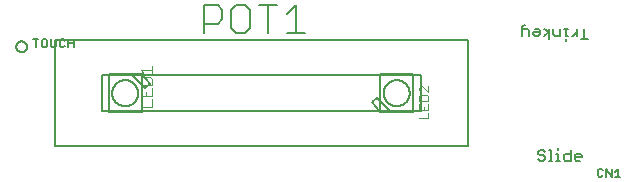
<source format=gbr>
G04 EAGLE Gerber RS-274X export*
G75*
%MOMM*%
%FSLAX34Y34*%
%LPD*%
%INSilkscreen Top*%
%IPPOS*%
%AMOC8*
5,1,8,0,0,1.08239X$1,22.5*%
G01*
%ADD10C,0.127000*%
%ADD11C,0.152400*%
%ADD12C,0.076200*%
%ADD13C,0.203200*%


D10*
X470853Y-49735D02*
X469370Y-48252D01*
X466404Y-48252D01*
X464921Y-49735D01*
X464921Y-51218D01*
X466404Y-52701D01*
X469370Y-52701D01*
X470853Y-54184D01*
X470853Y-55667D01*
X469370Y-57150D01*
X466404Y-57150D01*
X464921Y-55667D01*
X474276Y-48252D02*
X475759Y-48252D01*
X475759Y-57150D01*
X474276Y-57150D02*
X477242Y-57150D01*
X480513Y-51218D02*
X481996Y-51218D01*
X481996Y-57150D01*
X480513Y-57150D02*
X483479Y-57150D01*
X481996Y-48252D02*
X481996Y-46769D01*
X492681Y-48252D02*
X492681Y-57150D01*
X488233Y-57150D01*
X486750Y-55667D01*
X486750Y-52701D01*
X488233Y-51218D01*
X492681Y-51218D01*
X497588Y-57150D02*
X500554Y-57150D01*
X497588Y-57150D02*
X496105Y-55667D01*
X496105Y-52701D01*
X497588Y-51218D01*
X500554Y-51218D01*
X502037Y-52701D01*
X502037Y-54184D01*
X496105Y-54184D01*
X504399Y45712D02*
X504399Y54610D01*
X507365Y45712D02*
X501433Y45712D01*
X498010Y48678D02*
X498010Y54610D01*
X498010Y51644D02*
X495044Y48678D01*
X493561Y48678D01*
X490214Y48678D02*
X488731Y48678D01*
X488731Y54610D01*
X490214Y54610D02*
X487248Y54610D01*
X488731Y45712D02*
X488731Y44229D01*
X483977Y48678D02*
X483977Y54610D01*
X483977Y48678D02*
X479528Y48678D01*
X478045Y50161D01*
X478045Y54610D01*
X474622Y54610D02*
X474622Y45712D01*
X474622Y51644D02*
X470173Y54610D01*
X474622Y51644D02*
X470173Y48678D01*
X465343Y54610D02*
X462377Y54610D01*
X465343Y54610D02*
X466826Y53127D01*
X466826Y50161D01*
X465343Y48678D01*
X462377Y48678D01*
X460894Y50161D01*
X460894Y51644D01*
X466826Y51644D01*
X457471Y53127D02*
X457471Y48678D01*
X457471Y53127D02*
X455988Y54610D01*
X451539Y54610D01*
X451539Y56093D02*
X451539Y48678D01*
X451539Y56093D02*
X453022Y57576D01*
X454505Y57576D01*
D11*
X518824Y-64256D02*
X519926Y-65358D01*
X518824Y-64256D02*
X516621Y-64256D01*
X515520Y-65358D01*
X515520Y-69764D01*
X516621Y-70866D01*
X518824Y-70866D01*
X519926Y-69764D01*
X523004Y-70866D02*
X523004Y-64256D01*
X527410Y-70866D01*
X527410Y-64256D01*
X530488Y-66460D02*
X532691Y-64256D01*
X532691Y-70866D01*
X530488Y-70866D02*
X534894Y-70866D01*
D10*
X101570Y-16000D02*
X101570Y16000D01*
X120570Y16000D01*
X129570Y16000D01*
X129570Y7000D01*
X129570Y-16000D01*
X101570Y-16000D01*
X129570Y7000D02*
X120570Y16000D01*
X104570Y0D02*
X104573Y270D01*
X104583Y540D01*
X104600Y809D01*
X104623Y1078D01*
X104653Y1347D01*
X104689Y1614D01*
X104732Y1881D01*
X104781Y2146D01*
X104837Y2410D01*
X104900Y2673D01*
X104968Y2934D01*
X105044Y3193D01*
X105125Y3450D01*
X105213Y3706D01*
X105307Y3959D01*
X105407Y4210D01*
X105514Y4458D01*
X105626Y4703D01*
X105745Y4946D01*
X105869Y5185D01*
X105999Y5422D01*
X106135Y5655D01*
X106277Y5885D01*
X106424Y6111D01*
X106577Y6334D01*
X106735Y6553D01*
X106898Y6768D01*
X107067Y6978D01*
X107241Y7185D01*
X107420Y7387D01*
X107603Y7585D01*
X107792Y7778D01*
X107985Y7967D01*
X108183Y8150D01*
X108385Y8329D01*
X108592Y8503D01*
X108802Y8672D01*
X109017Y8835D01*
X109236Y8993D01*
X109459Y9146D01*
X109685Y9293D01*
X109915Y9435D01*
X110148Y9571D01*
X110385Y9701D01*
X110624Y9825D01*
X110867Y9944D01*
X111112Y10056D01*
X111360Y10163D01*
X111611Y10263D01*
X111864Y10357D01*
X112120Y10445D01*
X112377Y10526D01*
X112636Y10602D01*
X112897Y10670D01*
X113160Y10733D01*
X113424Y10789D01*
X113689Y10838D01*
X113956Y10881D01*
X114223Y10917D01*
X114492Y10947D01*
X114761Y10970D01*
X115030Y10987D01*
X115300Y10997D01*
X115570Y11000D01*
X115840Y10997D01*
X116110Y10987D01*
X116379Y10970D01*
X116648Y10947D01*
X116917Y10917D01*
X117184Y10881D01*
X117451Y10838D01*
X117716Y10789D01*
X117980Y10733D01*
X118243Y10670D01*
X118504Y10602D01*
X118763Y10526D01*
X119020Y10445D01*
X119276Y10357D01*
X119529Y10263D01*
X119780Y10163D01*
X120028Y10056D01*
X120273Y9944D01*
X120516Y9825D01*
X120755Y9701D01*
X120992Y9571D01*
X121225Y9435D01*
X121455Y9293D01*
X121681Y9146D01*
X121904Y8993D01*
X122123Y8835D01*
X122338Y8672D01*
X122548Y8503D01*
X122755Y8329D01*
X122957Y8150D01*
X123155Y7967D01*
X123348Y7778D01*
X123537Y7585D01*
X123720Y7387D01*
X123899Y7185D01*
X124073Y6978D01*
X124242Y6768D01*
X124405Y6553D01*
X124563Y6334D01*
X124716Y6111D01*
X124863Y5885D01*
X125005Y5655D01*
X125141Y5422D01*
X125271Y5185D01*
X125395Y4946D01*
X125514Y4703D01*
X125626Y4458D01*
X125733Y4210D01*
X125833Y3959D01*
X125927Y3706D01*
X126015Y3450D01*
X126096Y3193D01*
X126172Y2934D01*
X126240Y2673D01*
X126303Y2410D01*
X126359Y2146D01*
X126408Y1881D01*
X126451Y1614D01*
X126487Y1347D01*
X126517Y1078D01*
X126540Y809D01*
X126557Y540D01*
X126567Y270D01*
X126570Y0D01*
X126567Y-270D01*
X126557Y-540D01*
X126540Y-809D01*
X126517Y-1078D01*
X126487Y-1347D01*
X126451Y-1614D01*
X126408Y-1881D01*
X126359Y-2146D01*
X126303Y-2410D01*
X126240Y-2673D01*
X126172Y-2934D01*
X126096Y-3193D01*
X126015Y-3450D01*
X125927Y-3706D01*
X125833Y-3959D01*
X125733Y-4210D01*
X125626Y-4458D01*
X125514Y-4703D01*
X125395Y-4946D01*
X125271Y-5185D01*
X125141Y-5422D01*
X125005Y-5655D01*
X124863Y-5885D01*
X124716Y-6111D01*
X124563Y-6334D01*
X124405Y-6553D01*
X124242Y-6768D01*
X124073Y-6978D01*
X123899Y-7185D01*
X123720Y-7387D01*
X123537Y-7585D01*
X123348Y-7778D01*
X123155Y-7967D01*
X122957Y-8150D01*
X122755Y-8329D01*
X122548Y-8503D01*
X122338Y-8672D01*
X122123Y-8835D01*
X121904Y-8993D01*
X121681Y-9146D01*
X121455Y-9293D01*
X121225Y-9435D01*
X120992Y-9571D01*
X120755Y-9701D01*
X120516Y-9825D01*
X120273Y-9944D01*
X120028Y-10056D01*
X119780Y-10163D01*
X119529Y-10263D01*
X119276Y-10357D01*
X119020Y-10445D01*
X118763Y-10526D01*
X118504Y-10602D01*
X118243Y-10670D01*
X117980Y-10733D01*
X117716Y-10789D01*
X117451Y-10838D01*
X117184Y-10881D01*
X116917Y-10917D01*
X116648Y-10947D01*
X116379Y-10970D01*
X116110Y-10987D01*
X115840Y-10997D01*
X115570Y-11000D01*
X115300Y-10997D01*
X115030Y-10987D01*
X114761Y-10970D01*
X114492Y-10947D01*
X114223Y-10917D01*
X113956Y-10881D01*
X113689Y-10838D01*
X113424Y-10789D01*
X113160Y-10733D01*
X112897Y-10670D01*
X112636Y-10602D01*
X112377Y-10526D01*
X112120Y-10445D01*
X111864Y-10357D01*
X111611Y-10263D01*
X111360Y-10163D01*
X111112Y-10056D01*
X110867Y-9944D01*
X110624Y-9825D01*
X110385Y-9701D01*
X110148Y-9571D01*
X109915Y-9435D01*
X109685Y-9293D01*
X109459Y-9146D01*
X109236Y-8993D01*
X109017Y-8835D01*
X108802Y-8672D01*
X108592Y-8503D01*
X108385Y-8329D01*
X108183Y-8150D01*
X107985Y-7967D01*
X107792Y-7778D01*
X107603Y-7585D01*
X107420Y-7387D01*
X107241Y-7185D01*
X107067Y-6978D01*
X106898Y-6768D01*
X106735Y-6553D01*
X106577Y-6334D01*
X106424Y-6111D01*
X106277Y-5885D01*
X106135Y-5655D01*
X105999Y-5422D01*
X105869Y-5185D01*
X105745Y-4946D01*
X105626Y-4703D01*
X105514Y-4458D01*
X105407Y-4210D01*
X105307Y-3959D01*
X105213Y-3706D01*
X105125Y-3450D01*
X105044Y-3193D01*
X104968Y-2934D01*
X104900Y-2673D01*
X104837Y-2410D01*
X104781Y-2146D01*
X104732Y-1881D01*
X104689Y-1614D01*
X104653Y-1347D01*
X104623Y-1078D01*
X104600Y-809D01*
X104583Y-540D01*
X104573Y-270D01*
X104570Y0D01*
X129570Y7000D02*
X132570Y4000D01*
X136570Y8000D01*
X129570Y16000D01*
D12*
X128643Y-11640D02*
X138049Y-11640D01*
X138049Y-5369D01*
X128643Y-2285D02*
X128643Y3986D01*
X128643Y-2285D02*
X138049Y-2285D01*
X138049Y3986D01*
X133346Y851D02*
X133346Y-2285D01*
X128643Y7071D02*
X138049Y7071D01*
X138049Y11774D01*
X136481Y13341D01*
X130211Y13341D01*
X128643Y11774D01*
X128643Y7071D01*
X131778Y16426D02*
X128643Y19561D01*
X138049Y19561D01*
X138049Y16426D02*
X138049Y22696D01*
D10*
X359440Y16000D02*
X359440Y-16000D01*
X340440Y-16000D01*
X331440Y-16000D01*
X331440Y-7000D01*
X331440Y16000D01*
X359440Y16000D01*
X331440Y-7000D02*
X340440Y-16000D01*
X334440Y0D02*
X334443Y270D01*
X334453Y540D01*
X334470Y809D01*
X334493Y1078D01*
X334523Y1347D01*
X334559Y1614D01*
X334602Y1881D01*
X334651Y2146D01*
X334707Y2410D01*
X334770Y2673D01*
X334838Y2934D01*
X334914Y3193D01*
X334995Y3450D01*
X335083Y3706D01*
X335177Y3959D01*
X335277Y4210D01*
X335384Y4458D01*
X335496Y4703D01*
X335615Y4946D01*
X335739Y5185D01*
X335869Y5422D01*
X336005Y5655D01*
X336147Y5885D01*
X336294Y6111D01*
X336447Y6334D01*
X336605Y6553D01*
X336768Y6768D01*
X336937Y6978D01*
X337111Y7185D01*
X337290Y7387D01*
X337473Y7585D01*
X337662Y7778D01*
X337855Y7967D01*
X338053Y8150D01*
X338255Y8329D01*
X338462Y8503D01*
X338672Y8672D01*
X338887Y8835D01*
X339106Y8993D01*
X339329Y9146D01*
X339555Y9293D01*
X339785Y9435D01*
X340018Y9571D01*
X340255Y9701D01*
X340494Y9825D01*
X340737Y9944D01*
X340982Y10056D01*
X341230Y10163D01*
X341481Y10263D01*
X341734Y10357D01*
X341990Y10445D01*
X342247Y10526D01*
X342506Y10602D01*
X342767Y10670D01*
X343030Y10733D01*
X343294Y10789D01*
X343559Y10838D01*
X343826Y10881D01*
X344093Y10917D01*
X344362Y10947D01*
X344631Y10970D01*
X344900Y10987D01*
X345170Y10997D01*
X345440Y11000D01*
X345710Y10997D01*
X345980Y10987D01*
X346249Y10970D01*
X346518Y10947D01*
X346787Y10917D01*
X347054Y10881D01*
X347321Y10838D01*
X347586Y10789D01*
X347850Y10733D01*
X348113Y10670D01*
X348374Y10602D01*
X348633Y10526D01*
X348890Y10445D01*
X349146Y10357D01*
X349399Y10263D01*
X349650Y10163D01*
X349898Y10056D01*
X350143Y9944D01*
X350386Y9825D01*
X350625Y9701D01*
X350862Y9571D01*
X351095Y9435D01*
X351325Y9293D01*
X351551Y9146D01*
X351774Y8993D01*
X351993Y8835D01*
X352208Y8672D01*
X352418Y8503D01*
X352625Y8329D01*
X352827Y8150D01*
X353025Y7967D01*
X353218Y7778D01*
X353407Y7585D01*
X353590Y7387D01*
X353769Y7185D01*
X353943Y6978D01*
X354112Y6768D01*
X354275Y6553D01*
X354433Y6334D01*
X354586Y6111D01*
X354733Y5885D01*
X354875Y5655D01*
X355011Y5422D01*
X355141Y5185D01*
X355265Y4946D01*
X355384Y4703D01*
X355496Y4458D01*
X355603Y4210D01*
X355703Y3959D01*
X355797Y3706D01*
X355885Y3450D01*
X355966Y3193D01*
X356042Y2934D01*
X356110Y2673D01*
X356173Y2410D01*
X356229Y2146D01*
X356278Y1881D01*
X356321Y1614D01*
X356357Y1347D01*
X356387Y1078D01*
X356410Y809D01*
X356427Y540D01*
X356437Y270D01*
X356440Y0D01*
X356437Y-270D01*
X356427Y-540D01*
X356410Y-809D01*
X356387Y-1078D01*
X356357Y-1347D01*
X356321Y-1614D01*
X356278Y-1881D01*
X356229Y-2146D01*
X356173Y-2410D01*
X356110Y-2673D01*
X356042Y-2934D01*
X355966Y-3193D01*
X355885Y-3450D01*
X355797Y-3706D01*
X355703Y-3959D01*
X355603Y-4210D01*
X355496Y-4458D01*
X355384Y-4703D01*
X355265Y-4946D01*
X355141Y-5185D01*
X355011Y-5422D01*
X354875Y-5655D01*
X354733Y-5885D01*
X354586Y-6111D01*
X354433Y-6334D01*
X354275Y-6553D01*
X354112Y-6768D01*
X353943Y-6978D01*
X353769Y-7185D01*
X353590Y-7387D01*
X353407Y-7585D01*
X353218Y-7778D01*
X353025Y-7967D01*
X352827Y-8150D01*
X352625Y-8329D01*
X352418Y-8503D01*
X352208Y-8672D01*
X351993Y-8835D01*
X351774Y-8993D01*
X351551Y-9146D01*
X351325Y-9293D01*
X351095Y-9435D01*
X350862Y-9571D01*
X350625Y-9701D01*
X350386Y-9825D01*
X350143Y-9944D01*
X349898Y-10056D01*
X349650Y-10163D01*
X349399Y-10263D01*
X349146Y-10357D01*
X348890Y-10445D01*
X348633Y-10526D01*
X348374Y-10602D01*
X348113Y-10670D01*
X347850Y-10733D01*
X347586Y-10789D01*
X347321Y-10838D01*
X347054Y-10881D01*
X346787Y-10917D01*
X346518Y-10947D01*
X346249Y-10970D01*
X345980Y-10987D01*
X345710Y-10997D01*
X345440Y-11000D01*
X345170Y-10997D01*
X344900Y-10987D01*
X344631Y-10970D01*
X344362Y-10947D01*
X344093Y-10917D01*
X343826Y-10881D01*
X343559Y-10838D01*
X343294Y-10789D01*
X343030Y-10733D01*
X342767Y-10670D01*
X342506Y-10602D01*
X342247Y-10526D01*
X341990Y-10445D01*
X341734Y-10357D01*
X341481Y-10263D01*
X341230Y-10163D01*
X340982Y-10056D01*
X340737Y-9944D01*
X340494Y-9825D01*
X340255Y-9701D01*
X340018Y-9571D01*
X339785Y-9435D01*
X339555Y-9293D01*
X339329Y-9146D01*
X339106Y-8993D01*
X338887Y-8835D01*
X338672Y-8672D01*
X338462Y-8503D01*
X338255Y-8329D01*
X338053Y-8150D01*
X337855Y-7967D01*
X337662Y-7778D01*
X337473Y-7585D01*
X337290Y-7387D01*
X337111Y-7185D01*
X336937Y-6978D01*
X336768Y-6768D01*
X336605Y-6553D01*
X336447Y-6334D01*
X336294Y-6111D01*
X336147Y-5885D01*
X336005Y-5655D01*
X335869Y-5422D01*
X335739Y-5185D01*
X335615Y-4946D01*
X335496Y-4703D01*
X335384Y-4458D01*
X335277Y-4210D01*
X335177Y-3959D01*
X335083Y-3706D01*
X334995Y-3450D01*
X334914Y-3193D01*
X334838Y-2934D01*
X334770Y-2673D01*
X334707Y-2410D01*
X334651Y-2146D01*
X334602Y-1881D01*
X334559Y-1614D01*
X334523Y-1347D01*
X334493Y-1078D01*
X334470Y-809D01*
X334453Y-540D01*
X334443Y-270D01*
X334440Y0D01*
X328440Y-4000D02*
X331440Y-7000D01*
X328440Y-4000D02*
X324440Y-8000D01*
X331440Y-16000D01*
D12*
X364762Y-21494D02*
X372134Y-21494D01*
X372134Y-16579D01*
X364762Y-14010D02*
X364762Y-9095D01*
X364762Y-14010D02*
X372134Y-14010D01*
X372134Y-9095D01*
X368448Y-11552D02*
X368448Y-14010D01*
X364762Y-6526D02*
X372134Y-6526D01*
X372134Y-2840D01*
X370905Y-1611D01*
X365990Y-1611D01*
X364762Y-2840D01*
X364762Y-6526D01*
X372134Y958D02*
X372134Y5873D01*
X372134Y958D02*
X367219Y5873D01*
X365990Y5873D01*
X364762Y4645D01*
X364762Y2187D01*
X365990Y958D01*
D11*
X406140Y45000D02*
X56140Y45000D01*
X406140Y45000D02*
X406140Y-45000D01*
X56140Y-45000D01*
X56140Y45000D01*
X96140Y15000D02*
X366140Y15000D01*
X366140Y-15000D01*
X96140Y-15000D01*
X96140Y15000D01*
D13*
X182156Y51016D02*
X182156Y74404D01*
X193850Y74404D01*
X197748Y70506D01*
X197748Y62710D01*
X193850Y58812D01*
X182156Y58812D01*
X209442Y74404D02*
X217238Y74404D01*
X209442Y74404D02*
X205544Y70506D01*
X205544Y54914D01*
X209442Y51016D01*
X217238Y51016D01*
X221136Y54914D01*
X221136Y70506D01*
X217238Y74404D01*
X236728Y74404D02*
X236728Y51016D01*
X228932Y74404D02*
X244524Y74404D01*
X252320Y66608D02*
X260116Y74404D01*
X260116Y51016D01*
X252320Y51016D02*
X267912Y51016D01*
X23440Y39370D02*
X23442Y39504D01*
X23448Y39638D01*
X23458Y39771D01*
X23472Y39905D01*
X23490Y40038D01*
X23512Y40170D01*
X23537Y40301D01*
X23567Y40432D01*
X23601Y40562D01*
X23638Y40690D01*
X23679Y40818D01*
X23724Y40944D01*
X23773Y41069D01*
X23825Y41192D01*
X23881Y41314D01*
X23941Y41434D01*
X24004Y41552D01*
X24071Y41668D01*
X24141Y41782D01*
X24215Y41894D01*
X24292Y42004D01*
X24372Y42112D01*
X24455Y42217D01*
X24541Y42319D01*
X24630Y42419D01*
X24723Y42516D01*
X24818Y42611D01*
X24916Y42702D01*
X25016Y42791D01*
X25119Y42876D01*
X25225Y42959D01*
X25333Y43038D01*
X25443Y43114D01*
X25556Y43187D01*
X25671Y43256D01*
X25787Y43322D01*
X25906Y43384D01*
X26026Y43443D01*
X26149Y43498D01*
X26272Y43550D01*
X26397Y43597D01*
X26524Y43641D01*
X26652Y43682D01*
X26781Y43718D01*
X26911Y43751D01*
X27042Y43779D01*
X27173Y43804D01*
X27306Y43825D01*
X27439Y43842D01*
X27572Y43855D01*
X27706Y43864D01*
X27840Y43869D01*
X27974Y43870D01*
X28107Y43867D01*
X28241Y43860D01*
X28375Y43849D01*
X28508Y43834D01*
X28641Y43815D01*
X28773Y43792D01*
X28904Y43766D01*
X29034Y43735D01*
X29164Y43700D01*
X29292Y43662D01*
X29419Y43620D01*
X29545Y43574D01*
X29670Y43524D01*
X29793Y43471D01*
X29914Y43414D01*
X30034Y43353D01*
X30151Y43289D01*
X30267Y43222D01*
X30381Y43151D01*
X30492Y43076D01*
X30601Y42999D01*
X30708Y42918D01*
X30813Y42834D01*
X30914Y42747D01*
X31014Y42657D01*
X31110Y42564D01*
X31204Y42468D01*
X31295Y42369D01*
X31382Y42268D01*
X31467Y42164D01*
X31549Y42058D01*
X31627Y41950D01*
X31702Y41839D01*
X31774Y41726D01*
X31843Y41610D01*
X31908Y41493D01*
X31969Y41374D01*
X32027Y41253D01*
X32081Y41131D01*
X32132Y41007D01*
X32179Y40881D01*
X32222Y40754D01*
X32261Y40626D01*
X32297Y40497D01*
X32328Y40367D01*
X32356Y40236D01*
X32380Y40104D01*
X32400Y39971D01*
X32416Y39838D01*
X32428Y39705D01*
X32436Y39571D01*
X32440Y39437D01*
X32440Y39303D01*
X32436Y39169D01*
X32428Y39035D01*
X32416Y38902D01*
X32400Y38769D01*
X32380Y38636D01*
X32356Y38504D01*
X32328Y38373D01*
X32297Y38243D01*
X32261Y38114D01*
X32222Y37986D01*
X32179Y37859D01*
X32132Y37733D01*
X32081Y37609D01*
X32027Y37487D01*
X31969Y37366D01*
X31908Y37247D01*
X31843Y37130D01*
X31774Y37014D01*
X31702Y36901D01*
X31627Y36790D01*
X31549Y36682D01*
X31467Y36576D01*
X31382Y36472D01*
X31295Y36371D01*
X31204Y36272D01*
X31110Y36176D01*
X31014Y36083D01*
X30914Y35993D01*
X30813Y35906D01*
X30708Y35822D01*
X30601Y35741D01*
X30492Y35664D01*
X30381Y35589D01*
X30267Y35518D01*
X30151Y35451D01*
X30034Y35387D01*
X29914Y35326D01*
X29793Y35269D01*
X29670Y35216D01*
X29545Y35166D01*
X29419Y35120D01*
X29292Y35078D01*
X29164Y35040D01*
X29034Y35005D01*
X28904Y34974D01*
X28773Y34948D01*
X28641Y34925D01*
X28508Y34906D01*
X28375Y34891D01*
X28241Y34880D01*
X28107Y34873D01*
X27974Y34870D01*
X27840Y34871D01*
X27706Y34876D01*
X27572Y34885D01*
X27439Y34898D01*
X27306Y34915D01*
X27173Y34936D01*
X27042Y34961D01*
X26911Y34989D01*
X26781Y35022D01*
X26652Y35058D01*
X26524Y35099D01*
X26397Y35143D01*
X26272Y35190D01*
X26149Y35242D01*
X26026Y35297D01*
X25906Y35356D01*
X25787Y35418D01*
X25671Y35484D01*
X25556Y35553D01*
X25443Y35626D01*
X25333Y35702D01*
X25225Y35781D01*
X25119Y35864D01*
X25016Y35949D01*
X24916Y36038D01*
X24818Y36129D01*
X24723Y36224D01*
X24630Y36321D01*
X24541Y36421D01*
X24455Y36523D01*
X24372Y36628D01*
X24292Y36736D01*
X24215Y36846D01*
X24141Y36958D01*
X24071Y37072D01*
X24004Y37188D01*
X23941Y37306D01*
X23881Y37426D01*
X23825Y37548D01*
X23773Y37671D01*
X23724Y37796D01*
X23679Y37922D01*
X23638Y38050D01*
X23601Y38178D01*
X23567Y38308D01*
X23537Y38439D01*
X23512Y38570D01*
X23490Y38702D01*
X23472Y38835D01*
X23458Y38969D01*
X23448Y39102D01*
X23442Y39236D01*
X23440Y39370D01*
D11*
X39795Y38862D02*
X39795Y45472D01*
X37592Y45472D02*
X41998Y45472D01*
X46178Y45472D02*
X48381Y45472D01*
X46178Y45472D02*
X45076Y44370D01*
X45076Y39964D01*
X46178Y38862D01*
X48381Y38862D01*
X49483Y39964D01*
X49483Y44370D01*
X48381Y45472D01*
X52560Y45472D02*
X52560Y39964D01*
X53662Y38862D01*
X55865Y38862D01*
X56967Y39964D01*
X56967Y45472D01*
X63349Y45472D02*
X64451Y44370D01*
X63349Y45472D02*
X61146Y45472D01*
X60044Y44370D01*
X60044Y39964D01*
X61146Y38862D01*
X63349Y38862D01*
X64451Y39964D01*
X67529Y38862D02*
X67529Y45472D01*
X67529Y42167D02*
X71935Y42167D01*
X71935Y45472D02*
X71935Y38862D01*
M02*

</source>
